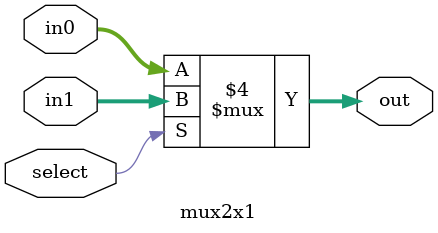
<source format=v>
`timescale 1ns / 1ps

module mux2x1(in0, in1,select, out);
    input wire select;
    input wire [31:0] in0;
    input wire [31:0] in1;
    output reg[31:0] out;

    always @(*)
    begin
        if(select == 2'b00)
        begin
            out <= in0;
        end
        else 
        begin
            out <= in1;
        end
    end


endmodule
</source>
